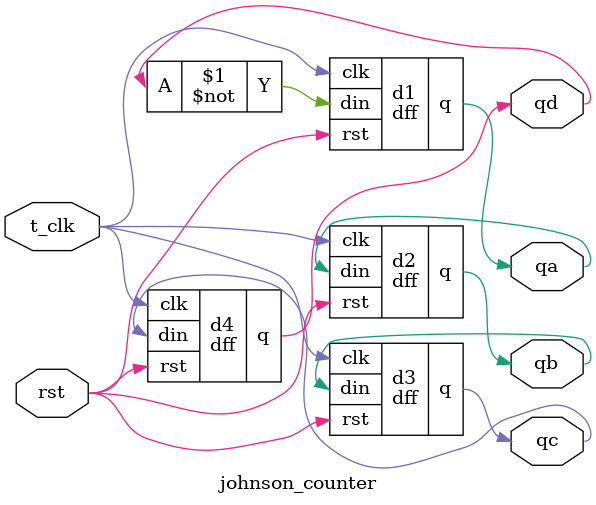
<source format=v>
`timescale 1ns / 1ps

module dff 
(
input clk,rst,din,
output reg q
);
 
always@(posedge clk)
begin
if (rst == 1'b1)
    q <= 1'b0;
else
    q <= din;
end 
 
endmodule


module johnson_counter 
(
    input t_clk, rst,
    output qa, qb, qc, qd
);



dff d1 (t_clk, rst, ~qd, qa);
dff d2 (t_clk, rst, qa, qb);
dff d3 (t_clk, rst, qb, qc);
dff d4 (t_clk, rst, qc, qd);


endmodule
</source>
